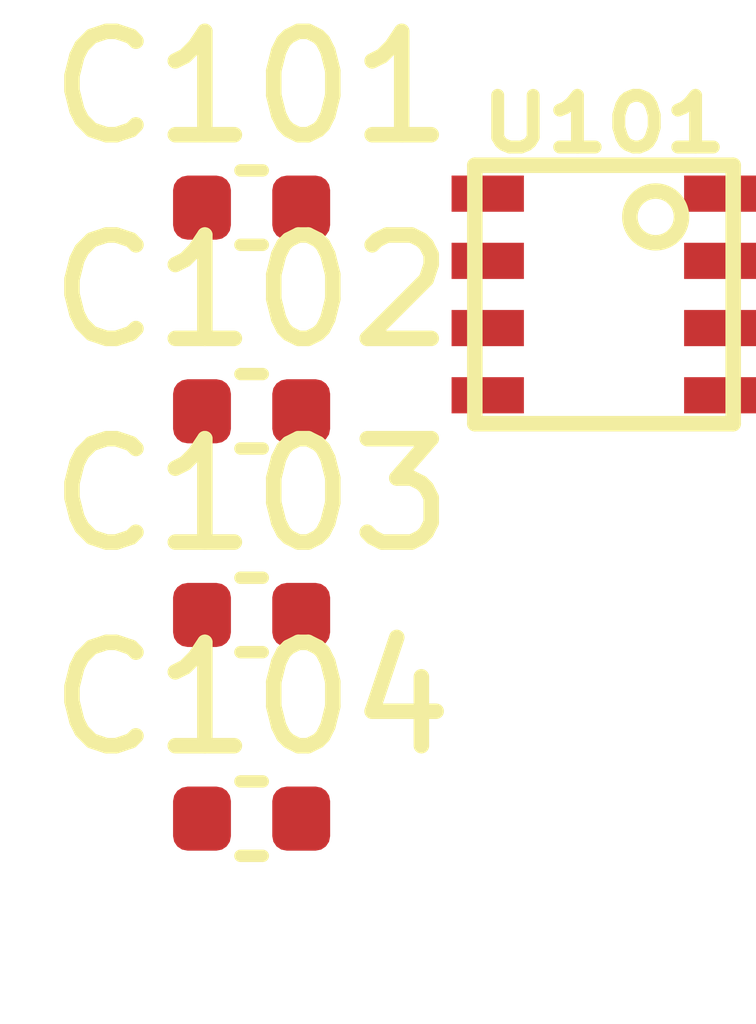
<source format=kicad_pcb>
(kicad_pcb (version 20240108) (generator "pcbnew") (generator_version "8.0")
  (layers (0 "F.Cu" signal) (31 "B.Cu" signal) (34 "B.Paste" user) (35 "F.Paste" user) (36 "B.SilkS" user "B.Silkscreen") (37 "F.SilkS" user "F.Silkscreen") (38 "B.Mask" user) (39 "F.Mask" user) (44 "Edge.Cuts" user))
  (net 0 "")
  (net 1 "3V3")
  (net 2 "GND")
  (net 3 "SCL")
  (net 4 "SDA")
  (footprint "Capacitor_SMD:C_0402_1005Metric" (layer "F.Cu") (at 148.52 83.06)
    (property "Reference" "C102" (at 0 -1.16 0) (layer "F.SilkS"))
    (property "Value" "100nF")
    (fp_line (start -0.107836 -0.36) (end 0.107836 -0.36) (stroke (width 0.12)) (layer "F.SilkS"))
    (fp_line (start -0.107836 0.36) (end 0.107836 0.36) (stroke (width 0.12)) (layer "F.SilkS"))
    (pad "1" smd roundrect (at -0.48 0) (size 0.56 0.62) (layers "F.Cu" "F.Paste" "F.Mask") (net 1 "3V3"))
    (pad "2" smd roundrect (at 0.48 0) (size 0.56 0.62) (layers "F.Cu" "F.Paste" "F.Mask") (net 2 "GND"))
  )
  (footprint "Capacitor_SMD:C_0402_1005Metric" (layer "F.Cu") (at 148.52 81.09)
    (property "Reference" "C101" (at 0 -1.16 0) (layer "F.SilkS"))
    (property "Value" "10μF")
    (fp_line (start -0.107836 -0.36) (end 0.107836 -0.36) (stroke (width 0.12)) (layer "F.SilkS"))
    (fp_line (start -0.107836 0.36) (end 0.107836 0.36) (stroke (width 0.12)) (layer "F.SilkS"))
    (pad "1" smd roundrect (at -0.48 0) (size 0.56 0.62) (layers "F.Cu" "F.Paste" "F.Mask") (net 1 "3V3"))
    (pad "2" smd roundrect (at 0.48 0) (size 0.56 0.62) (layers "F.Cu" "F.Paste" "F.Mask") (net 2 "GND"))
  )
  (footprint "Capacitor_SMD:C_0402_1005Metric" (layer "F.Cu") (at 148.52 85.03)
    (property "Reference" "C103" (at 0 -1.16 0) (layer "F.SilkS"))
    (property "Value" "100nF")
    (fp_line (start -0.107836 -0.36) (end 0.107836 -0.36) (stroke (width 0.12)) (layer "F.SilkS"))
    (fp_line (start -0.107836 0.36) (end 0.107836 0.36) (stroke (width 0.12)) (layer "F.SilkS"))
    (pad "1" smd roundrect (at -0.48 0) (size 0.56 0.62) (layers "F.Cu" "F.Paste" "F.Mask") (net 1 "3V3"))
    (pad "2" smd roundrect (at 0.48 0) (size 0.56 0.62) (layers "F.Cu" "F.Paste" "F.Mask") (net 2 "GND"))
  )
  (footprint "Capacitor_SMD:C_0402_1005Metric" (layer "F.Cu") (at 148.52 87)
    (property "Reference" "C104" (at 0 -1.16 0) (layer "F.SilkS"))
    (property "Value" "10μF")
    (fp_line (start -0.107836 -0.36) (end 0.107836 -0.36) (stroke (width 0.12)) (layer "F.SilkS"))
    (fp_line (start -0.107836 0.36) (end 0.107836 0.36) (stroke (width 0.12)) (layer "F.SilkS"))
    (pad "1" smd roundrect (at -0.48 0) (size 0.56 0.62) (layers "F.Cu" "F.Paste" "F.Mask") (net 1 "3V3"))
    (pad "2" smd roundrect (at 0.48 0) (size 0.56 0.62) (layers "F.Cu" "F.Paste" "F.Mask") (net 2 "GND"))
  )
  (footprint "WOBClibraries:BME280" (layer "F.Cu") (at 151.93 81.93)
    (property "Reference" "U101" (at 0 -1.651 0) (layer "F.SilkS") (effects (font (size 0.5 0.6) (thickness 0.125))))
    (property "Value" "~")
    (fp_line (start -1.25 -1.25) (end 1.25 -1.25) (stroke (width 0.15)) (layer "F.SilkS"))
    (fp_line (start -1.25 1.25) (end -1.25 -1.25) (stroke (width 0.15)) (layer "F.SilkS"))
    (fp_line (start 1.25 -1.25) (end 1.25 1.25) (stroke (width 0.15)) (layer "F.SilkS"))
    (fp_line (start 1.25 1.25) (end -1.25 1.25) (stroke (width 0.15)) (layer "F.SilkS"))
    (fp_circle (center 0.5 -0.75) (end 0.75 -0.75) (stroke (width 0.15)) (fill none) (layer "F.SilkS"))
    (pad "1" smd rect (at 1.125 -0.975) (size 0.7 0.35) (layers "F.Cu" "F.Paste" "F.Mask") (net 2 "GND"))
    (pad "2" smd rect (at 1.125 -0.325) (size 0.7 0.35) (layers "F.Cu" "F.Paste" "F.Mask") (net 1 "3V3"))
    (pad "3" smd rect (at 1.125 0.325) (size 0.7 0.35) (layers "F.Cu" "F.Paste" "F.Mask") (net 4 "SDA"))
    (pad "4" smd rect (at 1.125 0.975) (size 0.7 0.35) (layers "F.Cu" "F.Paste" "F.Mask") (net 3 "SCL"))
    (pad "5" smd rect (at -1.125 0.975) (size 0.7 0.35) (layers "F.Cu" "F.Paste" "F.Mask") (net 2 "GND"))
    (pad "6" smd rect (at -1.125 0.325) (size 0.7 0.35) (layers "F.Cu" "F.Paste" "F.Mask") (net 1 "3V3"))
    (pad "7" smd rect (at -1.125 -0.325) (size 0.7 0.35) (layers "F.Cu" "F.Paste" "F.Mask") (net 2 "GND"))
    (pad "8" smd rect (at -1.125 -0.975) (size 0.7 0.35) (layers "F.Cu" "F.Paste" "F.Mask") (net 1 "3V3"))
  )
)
</source>
